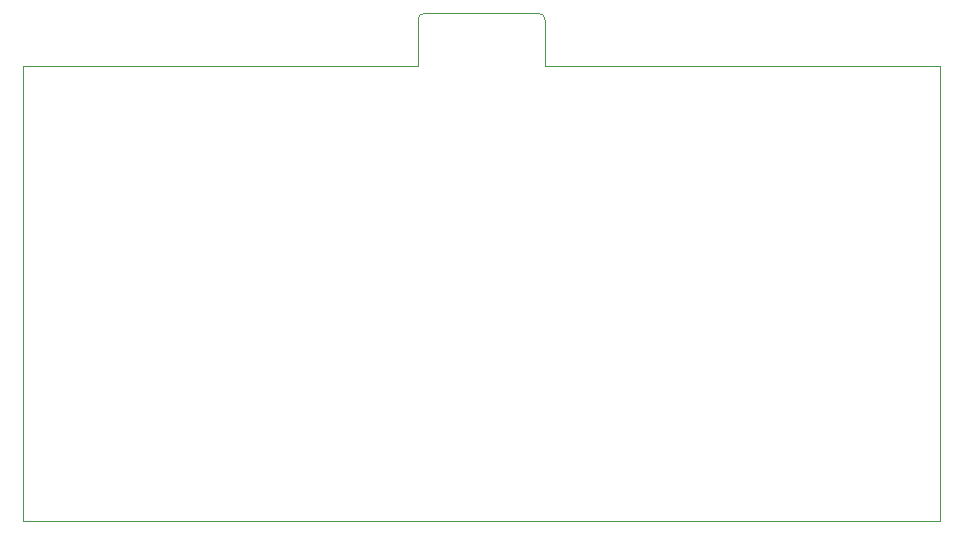
<source format=gbr>
G04 #@! TF.GenerationSoftware,KiCad,Pcbnew,8.0.6*
G04 #@! TF.CreationDate,2025-01-18T20:04:13+00:00*
G04 #@! TF.ProjectId,macro-keyboard,6d616372-6f2d-46b6-9579-626f6172642e,rev?*
G04 #@! TF.SameCoordinates,Original*
G04 #@! TF.FileFunction,Profile,NP*
%FSLAX46Y46*%
G04 Gerber Fmt 4.6, Leading zero omitted, Abs format (unit mm)*
G04 Created by KiCad (PCBNEW 8.0.6) date 2025-01-18 20:04:13*
%MOMM*%
%LPD*%
G01*
G04 APERTURE LIST*
G04 #@! TA.AperFunction,Profile*
%ADD10C,0.050000*%
G04 #@! TD*
G04 APERTURE END LIST*
D10*
X141033623Y-79333623D02*
X141033623Y-75433623D01*
X141033623Y-79333623D02*
X107633623Y-79333623D01*
X185233623Y-79333623D02*
X185233623Y-117833623D01*
X107633623Y-117833623D02*
X107633623Y-79333623D01*
X141633623Y-74833623D02*
X151233623Y-74833623D01*
X185233623Y-117833623D02*
X107633623Y-117833623D01*
X151833623Y-75433623D02*
X151833623Y-79333623D01*
X151233623Y-74833623D02*
G75*
G02*
X151833577Y-75433623I-23J-599977D01*
G01*
X141033623Y-75433623D02*
G75*
G02*
X141633623Y-74833623I599977J23D01*
G01*
X151833623Y-79333623D02*
X185233623Y-79333623D01*
M02*

</source>
